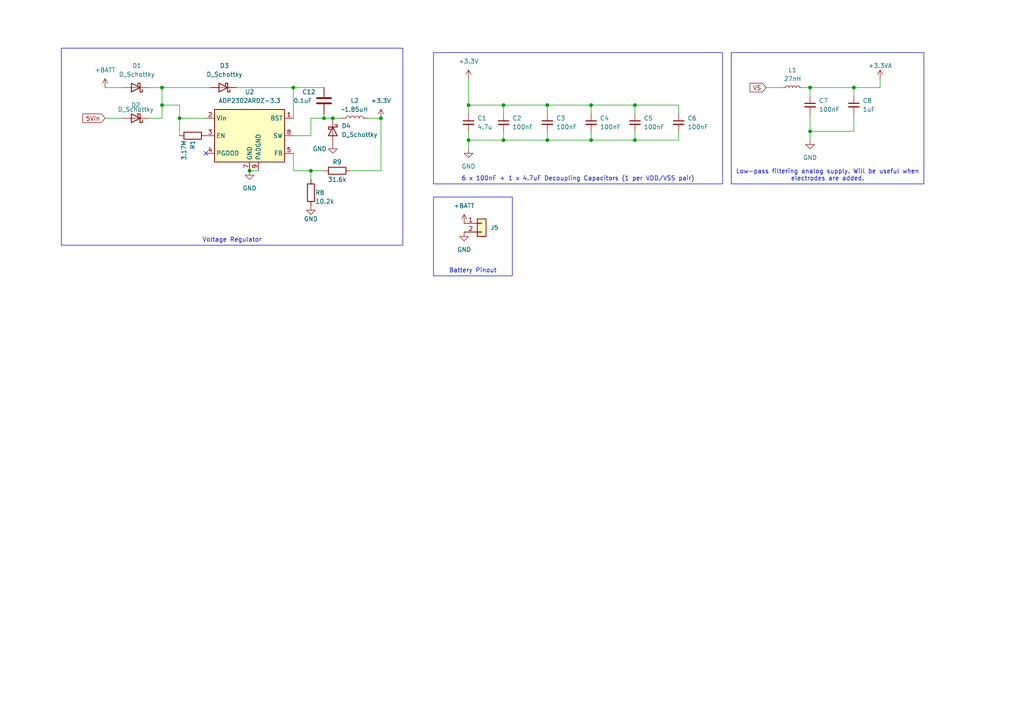
<source format=kicad_sch>
(kicad_sch (version 20230121) (generator eeschema)
  (paper "A4")
  (title_block (title "Power Systems"))
  (lib_symbols
    (symbol "Connector_Generic:Conn_01x02" (pin_names (offset 1.016) hide)
      (property "Reference" "J" (at 0 2.54 0))
      (property "Value" "Conn_01x02" (at 0 -5.08 0))
      (symbol "Conn_01x02_1_1"
        (rectangle (start -1.27 -2.413) (end 0 -2.667) (stroke (width 0.1524)))
        (rectangle (start -1.27 0.127) (end 0 -0.127) (stroke (width 0.1524)))
        (rectangle (start -1.27 1.27) (end 1.27 -3.81) (stroke (width 0.254)) (fill (type background)))
        (pin passive line (at -5.08 0 0) (length 3.81) (name "Pin_1") (number "1"))
        (pin passive line (at -5.08 -2.54 0) (length 3.81) (name "Pin_2") (number "2"))
      )
    )
    (symbol "Device:C" (pin_numbers hide) (pin_names (offset 0.254))
      (property "Reference" "C" (at 0.635 2.54 0))
      (property "Value" "C" (at 0.635 -2.54 0))
      (symbol "C_0_1"
        (polyline (pts (xy -2.032 -0.762) (xy 2.032 -0.762)) (stroke (width 0.508)))
        (polyline (pts (xy -2.032 0.762) (xy 2.032 0.762)) (stroke (width 0.508)))
      )
      (symbol "C_1_1"
        (pin passive line (at 0 3.81 270) (length 2.794) (name "~") (number "1"))
        (pin passive line (at 0 -3.81 90) (length 2.794) (name "~") (number "2"))
      )
    )
    (symbol "Device:C_Small" (pin_numbers hide) (pin_names (offset 0.254) hide)
      (property "Reference" "C" (at 0.254 1.778 0))
      (property "Value" "C_Small" (at 0.254 -2.032 0))
      (symbol "C_Small_0_1"
        (polyline (pts (xy -1.524 -0.508) (xy 1.524 -0.508)) (stroke (width 0.3302)))
        (polyline (pts (xy -1.524 0.508) (xy 1.524 0.508)) (stroke (width 0.3048)))
      )
      (symbol "C_Small_1_1"
        (pin passive line (at 0 2.54 270) (length 2.032) (name "~") (number "1"))
        (pin passive line (at 0 -2.54 90) (length 2.032) (name "~") (number "2"))
      )
    )
    (symbol "Device:D_Schottky" (pin_numbers hide) (pin_names (offset 1.016) hide)
      (property "Reference" "D" (at 0 2.54 0))
      (property "Value" "D_Schottky" (at 0 -2.54 0))
      (symbol "D_Schottky_0_1"
        (polyline (pts (xy 1.27 0) (xy -1.27 0)))
        (polyline (pts (xy 1.27 1.27) (xy 1.27 -1.27) (xy -1.27 0) (xy 1.27 1.27)) (stroke (width 0.254)))
        (polyline (pts (xy -1.905 0.635) (xy -1.905 1.27) (xy -1.27 1.27) (xy -1.27 -1.27) (xy -0.635 -1.27) (xy -0.635 -0.635)) (stroke (width 0.254)))
      )
      (symbol "D_Schottky_1_1"
        (pin passive line (at -3.81 0 0) (length 2.54) (name "K") (number "1"))
        (pin passive line (at 3.81 0 180) (length 2.54) (name "A") (number "2"))
      )
    )
    (symbol "Device:L" (pin_numbers hide) (pin_names (offset 1.016) hide)
      (property "Reference" "L" (at -1.27 0 90))
      (property "Value" "L" (at 1.905 0 90))
      (symbol "L_0_1"
        (arc (start 0 -2.54) (mid 0.6323 -1.905) (end 0 -1.27))
        (arc (start 0 -1.27) (mid 0.6323 -0.635) (end 0 0))
        (arc (start 0 0) (mid 0.6323 0.635) (end 0 1.27))
        (arc (start 0 1.27) (mid 0.6323 1.905) (end 0 2.54))
      )
      (symbol "L_1_1"
        (pin passive line (at 0 3.81 270) (length 1.27) (name "1") (number "1"))
        (pin passive line (at 0 -3.81 90) (length 1.27) (name "2") (number "2"))
      )
    )
    (symbol "Device:L_Small" (pin_numbers hide) (pin_names (offset 0.254) hide)
      (property "Reference" "L" (at 0.762 1.016 0))
      (property "Value" "L_Small" (at 0.762 -1.016 0))
      (symbol "L_Small_0_1"
        (arc (start 0 -2.032) (mid 0.5058 -1.524) (end 0 -1.016))
        (arc (start 0 -1.016) (mid 0.5058 -0.508) (end 0 0))
        (arc (start 0 0) (mid 0.5058 0.508) (end 0 1.016))
        (arc (start 0 1.016) (mid 0.5058 1.524) (end 0 2.032))
      )
      (symbol "L_Small_1_1"
        (pin passive line (at 0 2.54 270) (length 0.508) (name "~") (number "1"))
        (pin passive line (at 0 -2.54 90) (length 0.508) (name "~") (number "2"))
      )
    )
    (symbol "Device:R" (pin_numbers hide) (pin_names (offset 0))
      (property "Reference" "R" (at 2.032 0 90))
      (property "Value" "R" (at 0 0 90))
      (symbol "R_0_1"
        (rectangle (start -1.016 -2.54) (end 1.016 2.54) (stroke (width 0.254)))
      )
      (symbol "R_1_1"
        (pin passive line (at 0 3.81 270) (length 1.27) (name "~") (number "1"))
        (pin passive line (at 0 -3.81 90) (length 1.27) (name "~") (number "2"))
      )
    )
    (symbol "Regulator_Switching:ADP2302ARDZ-3.3"
      (property "Reference" "U" (at -10.16 8.89 0))
      (property "Value" "ADP2302ARDZ-3.3" (at -3.81 8.89 0))
      (symbol "ADP2302ARDZ-3.3_0_1"
        (rectangle (start -10.16 7.62) (end 10.16 -7.62) (stroke (width 0.254)) (fill (type background)))
      )
      (symbol "ADP2302ARDZ-3.3_1_1"
        (pin input line (at 12.7 5.08 180) (length 2.54) (name "BST") (number "1"))
        (pin power_in line (at -12.7 5.08 0) (length 2.54) (name "Vin") (number "2"))
        (pin input line (at -12.7 0 0) (length 2.54) (name "EN") (number "3"))
        (pin output line (at -12.7 -5.08 0) (length 2.54) (name "PGOOD") (number "4"))
        (pin input line (at 12.7 -5.08 180) (length 2.54) (name "FB") (number "5"))
        (pin no_connect line (at -10.16 2.54 0) (length 2.54) hide (name "NC") (number "6"))
        (pin power_in line (at 0 -10.16 90) (length 2.54) (name "GND") (number "7"))
        (pin power_out line (at 12.7 0 180) (length 2.54) (name "SW") (number "8"))
        (pin power_in line (at 2.54 -10.16 90) (length 2.54) (name "PADGND") (number "9"))
      )
    )
    (symbol "power:+3.3V" (power) (pin_names (offset 0))
      (property "Value" "+3.3V" (at 0 3.556 0))
      (symbol "+3.3V_0_1"
        (polyline (pts (xy -0.762 1.27) (xy 0 2.54)))
        (polyline (pts (xy 0 0) (xy 0 2.54)))
        (polyline (pts (xy 0 2.54) (xy 0.762 1.27)))
      )
      (symbol "+3.3V_1_1"
        (pin power_in line (at 0 0 90) (length 0) hide (name "+3.3V") (number "1"))
      )
    )
    (symbol "power:+3.3VA" (power) (pin_names (offset 0))
      (property "Value" "+3.3VA" (at 0 3.556 0))
      (symbol "+3.3VA_0_1"
        (polyline (pts (xy -0.762 1.27) (xy 0 2.54)))
        (polyline (pts (xy 0 0) (xy 0 2.54)))
        (polyline (pts (xy 0 2.54) (xy 0.762 1.27)))
      )
      (symbol "+3.3VA_1_1"
        (pin power_in line (at 0 0 90) (length 0) hide (name "+3.3VA") (number "1"))
      )
    )
    (symbol "power:+BATT" (power) (pin_names (offset 0))
      (property "Value" "+BATT" (at 0 3.556 0))
      (symbol "+BATT_0_1"
        (polyline (pts (xy -0.762 1.27) (xy 0 2.54)))
        (polyline (pts (xy 0 0) (xy 0 2.54)))
        (polyline (pts (xy 0 2.54) (xy 0.762 1.27)))
      )
      (symbol "+BATT_1_1"
        (pin power_in line (at 0 0 90) (length 0) hide (name "+BATT") (number "1"))
      )
    )
    (symbol "power:GND" (power) (pin_names (offset 0))
      (property "Value" "GND" (at 0 -3.81 0))
      (symbol "GND_0_1"
        (polyline (pts (xy 0 0) (xy 0 -1.27) (xy 1.27 -1.27) (xy 0 -2.54) (xy -1.27 -1.27) (xy 0 -1.27)))
      )
      (symbol "GND_1_1"
        (pin power_in line (at 0 0 270) (length 0) hide (name "GND") (number "1"))
      )
    )
  )
  (junction (at 52.07 34.29))
  (junction (at 234.95 25.4))
  (junction (at 135.89 30.48))
  (junction (at 96.52 34.29))
  (junction (at 146.05 40.64))
  (junction (at 110.49 34.29))
  (junction (at 85.09 25.4))
  (junction (at 184.15 40.64))
  (junction (at 171.45 40.64))
  (junction (at 158.75 40.64))
  (junction (at 90.17 49.53))
  (junction (at 93.98 34.29))
  (junction (at 171.45 30.48))
  (junction (at 46.99 30.48))
  (junction (at 146.05 30.48))
  (junction (at 234.95 38.1))
  (junction (at 158.75 30.48))
  (junction (at 247.65 25.4))
  (junction (at 135.89 40.64))
  (junction (at 46.99 25.4))
  (junction (at 184.15 30.48))
  (junction (at 72.39 49.53))
  (no_connect (at 59.69 44.45))
  (wire (pts (xy 234.95 33.02) (xy 234.95 38.1)))
  (wire (pts (xy 43.18 34.29) (xy 46.99 34.29)))
  (wire (pts (xy 232.41 25.4) (xy 234.95 25.4)))
  (wire (pts (xy 135.89 40.64) (xy 135.89 43.18)))
  (wire (pts (xy 85.09 49.53) (xy 90.17 49.53)))
  (wire (pts (xy 90.17 34.29) (xy 93.98 34.29)))
  (wire (pts (xy 85.09 49.53) (xy 85.09 44.45)))
  (wire (pts (xy 110.49 49.53) (xy 110.49 34.29)))
  (wire (pts (xy 158.75 30.48) (xy 171.45 30.48)))
  (wire (pts (xy 135.89 38.1) (xy 135.89 40.64)))
  (wire (pts (xy 146.05 30.48) (xy 146.05 33.02)))
  (wire (pts (xy 247.65 38.1) (xy 247.65 33.02)))
  (wire (pts (xy 46.99 25.4) (xy 60.96 25.4)))
  (wire (pts (xy 30.48 25.4) (xy 35.56 25.4)))
  (wire (pts (xy 171.45 38.1) (xy 171.45 40.64)))
  (wire (pts (xy 46.99 25.4) (xy 46.99 30.48)))
  (wire (pts (xy 135.89 40.64) (xy 146.05 40.64)))
  (wire (pts (xy 135.89 30.48) (xy 146.05 30.48)))
  (wire (pts (xy 171.45 40.64) (xy 184.15 40.64)))
  (wire (pts (xy 158.75 40.64) (xy 171.45 40.64)))
  (wire (pts (xy 158.75 38.1) (xy 158.75 40.64)))
  (wire (pts (xy 184.15 30.48) (xy 184.15 33.02)))
  (wire (pts (xy 90.17 34.29) (xy 90.17 39.37)))
  (wire (pts (xy 234.95 40.64) (xy 234.95 38.1)))
  (wire (pts (xy 234.95 25.4) (xy 247.65 25.4)))
  (wire (pts (xy 101.6 49.53) (xy 110.49 49.53)))
  (wire (pts (xy 135.89 22.86) (xy 135.89 30.48)))
  (wire (pts (xy 234.95 25.4) (xy 234.95 27.94)))
  (wire (pts (xy 184.15 38.1) (xy 184.15 40.64)))
  (wire (pts (xy 146.05 40.64) (xy 158.75 40.64)))
  (wire (pts (xy 171.45 30.48) (xy 184.15 30.48)))
  (wire (pts (xy 184.15 40.64) (xy 196.85 40.64)))
  (wire (pts (xy 52.07 39.37) (xy 52.07 34.29)))
  (wire (pts (xy 196.85 38.1) (xy 196.85 40.64)))
  (wire (pts (xy 68.58 25.4) (xy 85.09 25.4)))
  (wire (pts (xy 93.98 33.02) (xy 93.98 34.29)))
  (wire (pts (xy 90.17 49.53) (xy 90.17 52.07)))
  (wire (pts (xy 234.95 38.1) (xy 247.65 38.1)))
  (wire (pts (xy 52.07 34.29) (xy 52.07 30.48)))
  (wire (pts (xy 85.09 25.4) (xy 85.09 34.29)))
  (wire (pts (xy 106.68 34.29) (xy 110.49 34.29)))
  (wire (pts (xy 52.07 34.29) (xy 59.69 34.29)))
  (wire (pts (xy 196.85 30.48) (xy 196.85 33.02)))
  (wire (pts (xy 72.39 49.53) (xy 74.93 49.53)))
  (wire (pts (xy 171.45 30.48) (xy 171.45 33.02)))
  (wire (pts (xy 255.27 22.86) (xy 255.27 25.4)))
  (wire (pts (xy 96.52 34.29) (xy 99.06 34.29)))
  (wire (pts (xy 184.15 30.48) (xy 196.85 30.48)))
  (wire (pts (xy 146.05 38.1) (xy 146.05 40.64)))
  (wire (pts (xy 46.99 30.48) (xy 46.99 34.29)))
  (wire (pts (xy 30.48 34.29) (xy 35.56 34.29)))
  (wire (pts (xy 90.17 39.37) (xy 85.09 39.37)))
  (wire (pts (xy 43.18 25.4) (xy 46.99 25.4)))
  (wire (pts (xy 90.17 49.53) (xy 93.98 49.53)))
  (wire (pts (xy 222.25 25.4) (xy 227.33 25.4)))
  (wire (pts (xy 93.98 34.29) (xy 96.52 34.29)))
  (wire (pts (xy 146.05 30.48) (xy 158.75 30.48)))
  (wire (pts (xy 135.89 30.48) (xy 135.89 33.02)))
  (wire (pts (xy 247.65 25.4) (xy 255.27 25.4)))
  (wire (pts (xy 46.99 30.48) (xy 52.07 30.48)))
  (wire (pts (xy 247.65 25.4) (xy 247.65 27.94)))
  (wire (pts (xy 158.75 30.48) (xy 158.75 33.02)))
  (wire (pts (xy 85.09 25.4) (xy 93.98 25.4)))
  (text_box "Battery Pinout" (at 125.73 57.15 0) (size 22.86 22.86) (effects (font (size 1.27 1.27)) (justify bottom)))
  (text_box "6 x 100nF + 1 x 4.7uF Decoupling Capacitors (1 per VDD/VSS pair)" (at 125.73 15.24 0) (size 83.82 38.1) (effects (font (size 1.27 1.27)) (justify bottom)))
  (text_box "Low-pass filtering analog supply. Will be useful when electrodes are added." (at 212.09 15.24 0) (size 55.88 38.1) (effects (font (size 1.27 1.27)) (justify bottom)))
  (text_box "Voltage Regulator" (at 17.78 13.97 0) (size 99.06 57.15) (effects (font (size 1.27 1.27)) (justify bottom)))
  (global_label "5Vin" (shape input) (at 30.48 34.29 180) (property "Intersheetrefs" "${INTERSHEET_REFS}" (effects hide)))
  (global_label "VS" (shape input) (at 222.25 25.4 180) (property "Intersheetrefs" "${INTERSHEET_REFS}" (effects hide)))
  (symbol (lib_id "Device:D_Schottky") (at 64.77 25.4 180) (unit 1)
    (property "Reference" "D3" (at 65.0875 19.05 0))
    (property "Value" "D_Schottky" (at 65.0875 21.59 0))
    (property "Footprint" "Diode_SMD:D_0201_0603Metric" (effects hide))
  )
  (symbol (lib_id "Device:C_Small") (at 171.45 35.56 0) (unit 1)
    (property "Reference" "C4" (at 173.99 34.2963 0) (effects (justify left)))
    (property "Value" "100nF" (at 173.99 36.8363 0) (effects (justify left)))
    (property "Footprint" "Capacitor_SMD:C_0402_1005Metric" (effects hide))
  )
  (symbol (lib_id "Device:R") (at 90.17 55.88 0) (unit 1)
    (property "Reference" "R8" (at 91.44 55.88 0) (effects (justify left)))
    (property "Value" "10.2k" (at 91.44 58.42 0) (effects (justify left)))
    (property "Footprint" "Resistor_SMD:R_0402_1005Metric" (effects hide))
  )
  (symbol (lib_id "power:+3.3V") (at 110.49 34.29 0) (unit 1)
    (property "Reference" "#PWR032" (effects hide))
    (property "Value" "+3.3V" (at 110.49 29.21 0))
  )
  (symbol (lib_id "Device:D_Schottky") (at 39.37 25.4 180) (unit 1)
    (property "Reference" "D1" (at 39.6875 19.05 0))
    (property "Value" "D_Schottky" (at 39.6875 21.59 0))
    (property "Footprint" "Diode_SMD:D_0201_0603Metric" (effects hide))
  )
  (symbol (lib_id "Device:R") (at 55.88 39.37 270) (unit 1)
    (property "Reference" "R1" (at 55.88 40.64 0) (effects (justify left)))
    (property "Value" "3.17M" (at 53.34 40.64 0) (effects (justify left)))
    (property "Footprint" "Resistor_SMD:R_0402_1005Metric" (effects hide))
  )
  (symbol (lib_id "Device:C_Small") (at 196.85 35.56 0) (unit 1)
    (property "Reference" "C6" (at 199.39 34.2963 0) (effects (justify left)))
    (property "Value" "100nF" (at 199.39 36.8363 0) (effects (justify left)))
    (property "Footprint" "Capacitor_SMD:C_0402_1005Metric" (effects hide))
  )
  (symbol (lib_id "Device:C_Small") (at 247.65 30.48 0) (unit 1)
    (property "Reference" "C8" (at 250.19 29.2163 0) (effects (justify left)))
    (property "Value" "1uF" (at 250.19 31.7563 0) (effects (justify left)))
    (property "Footprint" "Capacitor_SMD:C_0402_1005Metric" (effects hide))
  )
  (symbol (lib_id "power:GND") (at 72.39 49.53 0) (unit 1)
    (property "Reference" "#PWR018" (effects hide))
    (property "Value" "GND" (at 72.39 54.61 0))
  )
  (symbol (lib_id "Device:R") (at 97.79 49.53 90) (unit 1)
    (property "Reference" "R9" (at 97.79 46.99 90))
    (property "Value" "31.6k" (at 97.79 52.07 90))
    (property "Footprint" "Resistor_SMD:R_0402_1005Metric" (effects hide))
  )
  (symbol (lib_id "power:+BATT") (at 134.62 64.77 0) (unit 1)
    (property "Reference" "#PWR030" (effects hide))
    (property "Value" "+BATT" (at 134.62 59.69 0))
  )
  (symbol (lib_id "Device:C_Small") (at 146.05 35.56 0) (unit 1)
    (property "Reference" "C2" (at 148.59 34.2963 0) (effects (justify left)))
    (property "Value" "100nF" (at 148.59 36.8363 0) (effects (justify left)))
    (property "Footprint" "Capacitor_SMD:C_0402_1005Metric" (effects hide))
  )
  (symbol (lib_id "power:+3.3V") (at 135.89 22.86 0) (unit 1)
    (property "Reference" "#PWR01" (effects hide))
    (property "Value" "+3.3V" (at 135.89 17.78 0))
  )
  (symbol (lib_id "power:+3.3VA") (at 255.27 22.86 0) (unit 1)
    (property "Reference" "#PWR04" (effects hide))
    (property "Value" "+3.3VA" (at 255.27 19.05 0))
  )
  (symbol (lib_id "Regulator_Switching:ADP2302ARDZ-3.3") (at 72.39 39.37 0) (unit 1)
    (property "Reference" "U2" (at 72.39 26.67 0))
    (property "Value" "ADP2302ARDZ-3.3" (at 72.39 29.21 0))
    (property "Footprint" "Package_SO:SOIC-8-1EP_3.9x4.9mm_P1.27mm_EP2.29x3mm" (effects hide))
    (property "Datasheet" "https://www.analog.com/media/en/technical-documentation/data-sheets/ADP2302_2303.pdf" (effects hide))
  )
  (symbol (lib_id "Connector_Generic:Conn_01x02") (at 139.7 64.77 0) (unit 1)
    (property "Reference" "J5" (at 142.24 66.04 0) (effects (justify left)))
    (property "Value" "Conn_01x02" (effects hide))
    (property "Footprint" "Connector_PinSocket_1.00mm:PinSocket_1x02_P1.00mm_Vertical_SMD_Pin1Right" (effects hide))
  )
  (symbol (lib_id "Device:C_Small") (at 158.75 35.56 0) (unit 1)
    (property "Reference" "C3" (at 161.29 34.2963 0) (effects (justify left)))
    (property "Value" "100nF" (at 161.29 36.8363 0) (effects (justify left)))
    (property "Footprint" "Capacitor_SMD:C_0402_1005Metric" (effects hide))
  )
  (symbol (lib_id "power:GND") (at 135.89 43.18 0) (unit 1)
    (property "Reference" "#PWR02" (effects hide))
    (property "Value" "GND" (at 135.89 48.26 0))
  )
  (symbol (lib_id "Device:D_Schottky") (at 96.52 38.1 270) (unit 1)
    (property "Reference" "D4" (at 99.06 36.5125 90) (effects (justify left)))
    (property "Value" "D_Schottky" (at 99.06 39.0525 90) (effects (justify left)))
    (property "Footprint" "Diode_SMD:D_0201_0603Metric" (effects hide))
  )
  (symbol (lib_id "Device:L") (at 102.87 34.29 90) (unit 1)
    (property "Reference" "L2" (at 102.87 29.21 90))
    (property "Value" "~1.85uH" (at 102.87 31.75 90))
    (property "Footprint" "Inductor_SMD:L_6.3x6.3_H3" (effects hide))
  )
  (symbol (lib_id "Device:C_Small") (at 135.89 35.56 0) (unit 1)
    (property "Reference" "C1" (at 138.43 34.2963 0) (effects (justify left)))
    (property "Value" "4.7u" (at 138.43 36.8363 0) (effects (justify left)))
    (property "Footprint" "Capacitor_SMD:C_0603_1608Metric" (effects hide))
  )
  (symbol (lib_id "Device:L_Small") (at 229.87 25.4 90) (unit 1)
    (property "Reference" "L1" (at 229.87 20.32 90))
    (property "Value" "27nH" (at 229.87 22.86 90))
    (property "Footprint" "Inductor_SMD:L_0402_1005Metric" (effects hide))
  )
  (symbol (lib_id "power:GND") (at 90.17 59.69 0) (unit 1)
    (property "Reference" "#PWR020" (effects hide))
    (property "Value" "GND" (at 90.17 63.5 0))
  )
  (symbol (lib_id "power:GND") (at 234.95 40.64 0) (unit 1)
    (property "Reference" "#PWR03" (effects hide))
    (property "Value" "GND" (at 234.95 45.72 0))
  )
  (symbol (lib_id "Device:C_Small") (at 234.95 30.48 0) (unit 1)
    (property "Reference" "C7" (at 237.49 29.2163 0) (effects (justify left)))
    (property "Value" "100nF" (at 237.49 31.7563 0) (effects (justify left)))
    (property "Footprint" "Capacitor_SMD:C_0402_1005Metric" (effects hide))
  )
  (symbol (lib_id "power:GND") (at 96.52 41.91 0) (unit 1)
    (property "Reference" "#PWR021" (effects hide))
    (property "Value" "GND" (at 92.71 43.18 0))
  )
  (symbol (lib_id "Device:C") (at 93.98 29.21 0) (unit 1)
    (property "Reference" "C12" (at 87.63 26.67 0) (effects (justify left)))
    (property "Value" "0.1uF" (at 85.09 29.21 0) (effects (justify left)))
    (property "Footprint" "Capacitor_SMD:C_0402_1005Metric" (effects hide))
  )
  (symbol (lib_id "Device:D_Schottky") (at 39.37 34.29 180) (unit 1)
    (property "Reference" "D2" (at 39.37 30.48 0))
    (property "Value" "D_Schottky" (at 39.37 31.75 0))
    (property "Footprint" "Diode_SMD:D_0201_0603Metric" (effects hide))
  )
  (symbol (lib_id "power:+BATT") (at 30.48 25.4 0) (unit 1)
    (property "Reference" "#PWR017" (effects hide))
    (property "Value" "+BATT" (at 30.48 20.32 0))
  )
  (symbol (lib_id "power:GND") (at 134.62 67.31 0) (unit 1)
    (property "Reference" "#PWR031" (effects hide))
    (property "Value" "GND" (at 134.62 72.39 0))
  )
  (symbol (lib_id "Device:C_Small") (at 184.15 35.56 0) (unit 1)
    (property "Reference" "C5" (at 186.69 34.2963 0) (effects (justify left)))
    (property "Value" "100nF" (at 186.69 36.8363 0) (effects (justify left)))
    (property "Footprint" "Capacitor_SMD:C_0402_1005Metric" (effects hide))
  )
)
</source>
